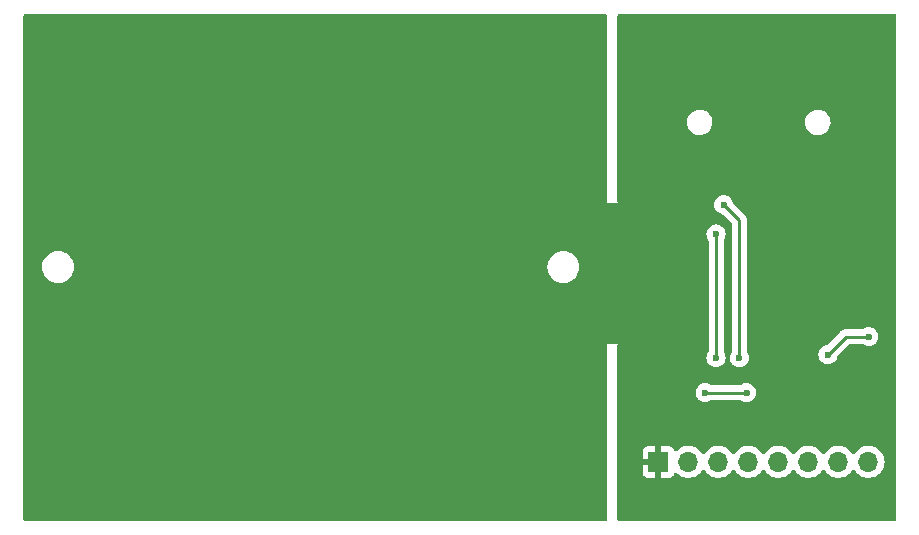
<source format=gbl>
%TF.GenerationSoftware,KiCad,Pcbnew,7.0.8-7.0.8~ubuntu22.04.1*%
%TF.CreationDate,2023-10-25T08:52:20+02:00*%
%TF.ProjectId,extension-cable,65787465-6e73-4696-9f6e-2d6361626c65,rev?*%
%TF.SameCoordinates,Original*%
%TF.FileFunction,Copper,L2,Bot*%
%TF.FilePolarity,Positive*%
%FSLAX46Y46*%
G04 Gerber Fmt 4.6, Leading zero omitted, Abs format (unit mm)*
G04 Created by KiCad (PCBNEW 7.0.8-7.0.8~ubuntu22.04.1) date 2023-10-25 08:52:20*
%MOMM*%
%LPD*%
G01*
G04 APERTURE LIST*
%TA.AperFunction,ComponentPad*%
%ADD10R,1.700000X1.700000*%
%TD*%
%TA.AperFunction,ComponentPad*%
%ADD11O,1.700000X1.700000*%
%TD*%
%TA.AperFunction,ViaPad*%
%ADD12C,0.600000*%
%TD*%
%TA.AperFunction,ViaPad*%
%ADD13C,0.500000*%
%TD*%
%TA.AperFunction,Conductor*%
%ADD14C,0.250000*%
%TD*%
G04 APERTURE END LIST*
D10*
X123820000Y-95955000D03*
D11*
X126360000Y-95955000D03*
X128900000Y-95955000D03*
X131440000Y-95955000D03*
X133980000Y-95955000D03*
X136520000Y-95955000D03*
X139060000Y-95955000D03*
X141600000Y-95955000D03*
D12*
X85540000Y-82710000D03*
X126610000Y-62155000D03*
D13*
X119930000Y-76761000D03*
D12*
X76560000Y-81180000D03*
X85560000Y-76950000D03*
X76580000Y-74390000D03*
X134850000Y-72250000D03*
X138135000Y-62130000D03*
X97360000Y-78370000D03*
D13*
X119930000Y-82899000D03*
X119930000Y-84945000D03*
D12*
X107685000Y-72080000D03*
D13*
X119930000Y-78807000D03*
D12*
X85560000Y-71120000D03*
D13*
X119930000Y-80853000D03*
D12*
X97360000Y-68640000D03*
D13*
X119930000Y-74715000D03*
D12*
X88610000Y-95155000D03*
X94410000Y-94830000D03*
X96370000Y-86540000D03*
X130675000Y-87150000D03*
X129350000Y-74200000D03*
X128700000Y-76675000D03*
X127775000Y-90100000D03*
X131275000Y-90100000D03*
X128700000Y-87150000D03*
X138175000Y-86875000D03*
X141625000Y-85350000D03*
D14*
X130675000Y-87150000D02*
X130675000Y-75525000D01*
X130675000Y-75525000D02*
X129350000Y-74200000D01*
X128700000Y-87150000D02*
X128700000Y-76675000D01*
X131275000Y-90100000D02*
X127775000Y-90100000D01*
X138175000Y-86875000D02*
X139700000Y-85350000D01*
X139700000Y-85350000D02*
X141625000Y-85350000D01*
%TA.AperFunction,Conductor*%
G36*
X119392539Y-58070185D02*
G01*
X119438294Y-58122989D01*
X119449500Y-58174500D01*
X119449500Y-73965290D01*
X119445339Y-73986210D01*
X119445339Y-74000002D01*
X119449499Y-74010045D01*
X119461348Y-74038650D01*
X119461349Y-74038651D01*
X119500000Y-74054661D01*
X119513795Y-74054661D01*
X119534712Y-74050500D01*
X120265288Y-74050500D01*
X120286205Y-74054661D01*
X120300000Y-74054661D01*
X120338651Y-74038651D01*
X120342121Y-74030271D01*
X120350501Y-74010045D01*
X120354661Y-74000002D01*
X120354661Y-73986210D01*
X120350500Y-73965290D01*
X120350500Y-67173593D01*
X126230832Y-67173593D01*
X126240605Y-67378756D01*
X126289029Y-67578362D01*
X126342528Y-67695508D01*
X126374352Y-67765195D01*
X126374356Y-67765201D01*
X126493489Y-67932501D01*
X126493495Y-67932507D01*
X126642147Y-68074246D01*
X126814933Y-68185290D01*
X126921620Y-68228001D01*
X127005618Y-68261629D01*
X127156881Y-68290782D01*
X127207301Y-68300500D01*
X127207302Y-68300500D01*
X127361226Y-68300500D01*
X127361232Y-68300500D01*
X127514466Y-68285868D01*
X127711541Y-68228001D01*
X127894104Y-68133884D01*
X128055556Y-68006916D01*
X128190061Y-67851689D01*
X128292759Y-67673811D01*
X128359937Y-67479712D01*
X128389168Y-67276407D01*
X128384270Y-67173593D01*
X136230832Y-67173593D01*
X136240605Y-67378756D01*
X136289029Y-67578362D01*
X136342528Y-67695508D01*
X136374352Y-67765195D01*
X136374356Y-67765201D01*
X136493489Y-67932501D01*
X136493495Y-67932507D01*
X136642147Y-68074246D01*
X136814933Y-68185290D01*
X136921620Y-68228001D01*
X137005618Y-68261629D01*
X137156881Y-68290782D01*
X137207301Y-68300500D01*
X137207302Y-68300500D01*
X137361226Y-68300500D01*
X137361232Y-68300500D01*
X137514466Y-68285868D01*
X137711541Y-68228001D01*
X137894104Y-68133884D01*
X138055556Y-68006916D01*
X138190061Y-67851689D01*
X138292759Y-67673811D01*
X138359937Y-67479712D01*
X138389168Y-67276407D01*
X138379395Y-67071244D01*
X138330971Y-66871638D01*
X138245647Y-66684804D01*
X138245643Y-66684798D01*
X138126510Y-66517498D01*
X138126504Y-66517492D01*
X137977852Y-66375753D01*
X137805066Y-66264709D01*
X137614391Y-66188374D01*
X137614384Y-66188371D01*
X137614382Y-66188371D01*
X137614379Y-66188370D01*
X137614378Y-66188370D01*
X137412699Y-66149500D01*
X137412698Y-66149500D01*
X137258768Y-66149500D01*
X137105534Y-66164132D01*
X137105530Y-66164133D01*
X136908462Y-66221997D01*
X136725891Y-66316118D01*
X136564446Y-66443081D01*
X136564443Y-66443084D01*
X136429936Y-66598313D01*
X136327242Y-66776185D01*
X136260064Y-66970282D01*
X136260063Y-66970287D01*
X136260063Y-66970288D01*
X136230832Y-67173593D01*
X128384270Y-67173593D01*
X128379395Y-67071244D01*
X128330971Y-66871638D01*
X128245647Y-66684804D01*
X128245643Y-66684798D01*
X128126510Y-66517498D01*
X128126504Y-66517492D01*
X127977852Y-66375753D01*
X127805066Y-66264709D01*
X127614391Y-66188374D01*
X127614384Y-66188371D01*
X127614382Y-66188371D01*
X127614379Y-66188370D01*
X127614378Y-66188370D01*
X127412699Y-66149500D01*
X127412698Y-66149500D01*
X127258768Y-66149500D01*
X127105534Y-66164132D01*
X127105530Y-66164133D01*
X126908462Y-66221997D01*
X126725891Y-66316118D01*
X126564446Y-66443081D01*
X126564443Y-66443084D01*
X126429936Y-66598313D01*
X126327242Y-66776185D01*
X126260064Y-66970282D01*
X126260063Y-66970287D01*
X126260063Y-66970288D01*
X126230832Y-67173593D01*
X120350500Y-67173593D01*
X120350500Y-58174500D01*
X120370185Y-58107461D01*
X120422989Y-58061706D01*
X120474500Y-58050500D01*
X143825500Y-58050500D01*
X143892539Y-58070185D01*
X143938294Y-58122989D01*
X143949500Y-58174500D01*
X143949500Y-100825500D01*
X143929815Y-100892539D01*
X143877011Y-100938294D01*
X143825500Y-100949500D01*
X120474500Y-100949500D01*
X120407461Y-100929815D01*
X120361706Y-100877011D01*
X120350500Y-100825500D01*
X120350500Y-96852844D01*
X122470000Y-96852844D01*
X122476401Y-96912372D01*
X122476403Y-96912379D01*
X122526645Y-97047086D01*
X122526649Y-97047093D01*
X122612809Y-97162187D01*
X122612812Y-97162190D01*
X122727906Y-97248350D01*
X122727913Y-97248354D01*
X122862620Y-97298596D01*
X122862627Y-97298598D01*
X122922155Y-97304999D01*
X122922172Y-97305000D01*
X123570000Y-97305000D01*
X123570000Y-96390501D01*
X123677685Y-96439680D01*
X123784237Y-96455000D01*
X123855763Y-96455000D01*
X123962315Y-96439680D01*
X124070000Y-96390501D01*
X124070000Y-97305000D01*
X124717828Y-97305000D01*
X124717844Y-97304999D01*
X124777372Y-97298598D01*
X124777379Y-97298596D01*
X124912086Y-97248354D01*
X124912093Y-97248350D01*
X125027187Y-97162190D01*
X125027190Y-97162187D01*
X125113350Y-97047093D01*
X125113354Y-97047086D01*
X125159681Y-96922877D01*
X125201552Y-96866943D01*
X125267016Y-96842526D01*
X125335289Y-96857377D01*
X125367089Y-96882223D01*
X125436760Y-96957906D01*
X125614424Y-97096189D01*
X125614425Y-97096189D01*
X125614427Y-97096191D01*
X125736378Y-97162187D01*
X125812426Y-97203342D01*
X126025365Y-97276444D01*
X126247431Y-97313500D01*
X126472569Y-97313500D01*
X126694635Y-97276444D01*
X126907574Y-97203342D01*
X127105576Y-97096189D01*
X127283240Y-96957906D01*
X127435722Y-96792268D01*
X127526193Y-96653790D01*
X127579338Y-96608437D01*
X127648569Y-96599013D01*
X127711905Y-96628515D01*
X127733804Y-96653787D01*
X127824278Y-96792268D01*
X127824283Y-96792273D01*
X127824284Y-96792276D01*
X127944513Y-96922877D01*
X127976760Y-96957906D01*
X128154424Y-97096189D01*
X128154425Y-97096189D01*
X128154427Y-97096191D01*
X128276378Y-97162187D01*
X128352426Y-97203342D01*
X128565365Y-97276444D01*
X128787431Y-97313500D01*
X129012569Y-97313500D01*
X129234635Y-97276444D01*
X129447574Y-97203342D01*
X129645576Y-97096189D01*
X129823240Y-96957906D01*
X129975722Y-96792268D01*
X130066193Y-96653790D01*
X130119338Y-96608437D01*
X130188569Y-96599013D01*
X130251905Y-96628515D01*
X130273804Y-96653787D01*
X130364278Y-96792268D01*
X130364283Y-96792273D01*
X130364284Y-96792276D01*
X130484513Y-96922877D01*
X130516760Y-96957906D01*
X130694424Y-97096189D01*
X130694425Y-97096189D01*
X130694427Y-97096191D01*
X130816378Y-97162187D01*
X130892426Y-97203342D01*
X131105365Y-97276444D01*
X131327431Y-97313500D01*
X131552569Y-97313500D01*
X131774635Y-97276444D01*
X131987574Y-97203342D01*
X132185576Y-97096189D01*
X132363240Y-96957906D01*
X132515722Y-96792268D01*
X132606193Y-96653790D01*
X132659338Y-96608437D01*
X132728569Y-96599013D01*
X132791905Y-96628515D01*
X132813804Y-96653787D01*
X132904278Y-96792268D01*
X132904283Y-96792273D01*
X132904284Y-96792276D01*
X133024513Y-96922877D01*
X133056760Y-96957906D01*
X133234424Y-97096189D01*
X133234425Y-97096189D01*
X133234427Y-97096191D01*
X133356378Y-97162187D01*
X133432426Y-97203342D01*
X133645365Y-97276444D01*
X133867431Y-97313500D01*
X134092569Y-97313500D01*
X134314635Y-97276444D01*
X134527574Y-97203342D01*
X134725576Y-97096189D01*
X134903240Y-96957906D01*
X135055722Y-96792268D01*
X135146193Y-96653790D01*
X135199338Y-96608437D01*
X135268569Y-96599013D01*
X135331905Y-96628515D01*
X135353804Y-96653787D01*
X135444278Y-96792268D01*
X135444283Y-96792273D01*
X135444284Y-96792276D01*
X135564513Y-96922877D01*
X135596760Y-96957906D01*
X135774424Y-97096189D01*
X135774425Y-97096189D01*
X135774427Y-97096191D01*
X135896378Y-97162187D01*
X135972426Y-97203342D01*
X136185365Y-97276444D01*
X136407431Y-97313500D01*
X136632569Y-97313500D01*
X136854635Y-97276444D01*
X137067574Y-97203342D01*
X137265576Y-97096189D01*
X137443240Y-96957906D01*
X137595722Y-96792268D01*
X137686193Y-96653790D01*
X137739338Y-96608437D01*
X137808569Y-96599013D01*
X137871905Y-96628515D01*
X137893804Y-96653787D01*
X137984278Y-96792268D01*
X137984283Y-96792273D01*
X137984284Y-96792276D01*
X138104513Y-96922877D01*
X138136760Y-96957906D01*
X138314424Y-97096189D01*
X138314425Y-97096189D01*
X138314427Y-97096191D01*
X138436378Y-97162187D01*
X138512426Y-97203342D01*
X138725365Y-97276444D01*
X138947431Y-97313500D01*
X139172569Y-97313500D01*
X139394635Y-97276444D01*
X139607574Y-97203342D01*
X139805576Y-97096189D01*
X139983240Y-96957906D01*
X140135722Y-96792268D01*
X140226193Y-96653790D01*
X140279338Y-96608437D01*
X140348569Y-96599013D01*
X140411905Y-96628515D01*
X140433804Y-96653787D01*
X140524278Y-96792268D01*
X140524283Y-96792273D01*
X140524284Y-96792276D01*
X140644513Y-96922877D01*
X140676760Y-96957906D01*
X140854424Y-97096189D01*
X140854425Y-97096189D01*
X140854427Y-97096191D01*
X140976378Y-97162187D01*
X141052426Y-97203342D01*
X141265365Y-97276444D01*
X141487431Y-97313500D01*
X141712569Y-97313500D01*
X141934635Y-97276444D01*
X142147574Y-97203342D01*
X142345576Y-97096189D01*
X142523240Y-96957906D01*
X142675722Y-96792268D01*
X142798860Y-96603791D01*
X142889296Y-96397616D01*
X142944564Y-96179368D01*
X142963156Y-95955000D01*
X142944564Y-95730632D01*
X142889296Y-95512384D01*
X142798860Y-95306209D01*
X142782706Y-95281484D01*
X142675723Y-95117734D01*
X142675715Y-95117723D01*
X142523243Y-94952097D01*
X142523238Y-94952092D01*
X142345577Y-94813812D01*
X142345572Y-94813808D01*
X142147580Y-94706661D01*
X142147577Y-94706659D01*
X142147574Y-94706658D01*
X142147571Y-94706657D01*
X142147569Y-94706656D01*
X141934637Y-94633556D01*
X141712569Y-94596500D01*
X141487431Y-94596500D01*
X141265362Y-94633556D01*
X141052430Y-94706656D01*
X141052419Y-94706661D01*
X140854427Y-94813808D01*
X140854422Y-94813812D01*
X140676761Y-94952092D01*
X140676756Y-94952097D01*
X140524284Y-95117723D01*
X140524276Y-95117734D01*
X140433808Y-95256206D01*
X140380662Y-95301562D01*
X140311431Y-95310986D01*
X140248095Y-95281484D01*
X140226192Y-95256206D01*
X140135723Y-95117734D01*
X140135715Y-95117723D01*
X139983243Y-94952097D01*
X139983238Y-94952092D01*
X139805577Y-94813812D01*
X139805572Y-94813808D01*
X139607580Y-94706661D01*
X139607577Y-94706659D01*
X139607574Y-94706658D01*
X139607571Y-94706657D01*
X139607569Y-94706656D01*
X139394637Y-94633556D01*
X139172569Y-94596500D01*
X138947431Y-94596500D01*
X138725362Y-94633556D01*
X138512430Y-94706656D01*
X138512419Y-94706661D01*
X138314427Y-94813808D01*
X138314422Y-94813812D01*
X138136761Y-94952092D01*
X138136756Y-94952097D01*
X137984284Y-95117723D01*
X137984276Y-95117734D01*
X137893808Y-95256206D01*
X137840662Y-95301562D01*
X137771431Y-95310986D01*
X137708095Y-95281484D01*
X137686192Y-95256206D01*
X137595723Y-95117734D01*
X137595715Y-95117723D01*
X137443243Y-94952097D01*
X137443238Y-94952092D01*
X137265577Y-94813812D01*
X137265572Y-94813808D01*
X137067580Y-94706661D01*
X137067577Y-94706659D01*
X137067574Y-94706658D01*
X137067571Y-94706657D01*
X137067569Y-94706656D01*
X136854637Y-94633556D01*
X136632569Y-94596500D01*
X136407431Y-94596500D01*
X136185362Y-94633556D01*
X135972430Y-94706656D01*
X135972419Y-94706661D01*
X135774427Y-94813808D01*
X135774422Y-94813812D01*
X135596761Y-94952092D01*
X135596756Y-94952097D01*
X135444284Y-95117723D01*
X135444276Y-95117734D01*
X135353808Y-95256206D01*
X135300662Y-95301562D01*
X135231431Y-95310986D01*
X135168095Y-95281484D01*
X135146192Y-95256206D01*
X135055723Y-95117734D01*
X135055715Y-95117723D01*
X134903243Y-94952097D01*
X134903238Y-94952092D01*
X134725577Y-94813812D01*
X134725572Y-94813808D01*
X134527580Y-94706661D01*
X134527577Y-94706659D01*
X134527574Y-94706658D01*
X134527571Y-94706657D01*
X134527569Y-94706656D01*
X134314637Y-94633556D01*
X134092569Y-94596500D01*
X133867431Y-94596500D01*
X133645362Y-94633556D01*
X133432430Y-94706656D01*
X133432419Y-94706661D01*
X133234427Y-94813808D01*
X133234422Y-94813812D01*
X133056761Y-94952092D01*
X133056756Y-94952097D01*
X132904284Y-95117723D01*
X132904276Y-95117734D01*
X132813808Y-95256206D01*
X132760662Y-95301562D01*
X132691431Y-95310986D01*
X132628095Y-95281484D01*
X132606192Y-95256206D01*
X132515723Y-95117734D01*
X132515715Y-95117723D01*
X132363243Y-94952097D01*
X132363238Y-94952092D01*
X132185577Y-94813812D01*
X132185572Y-94813808D01*
X131987580Y-94706661D01*
X131987577Y-94706659D01*
X131987574Y-94706658D01*
X131987571Y-94706657D01*
X131987569Y-94706656D01*
X131774637Y-94633556D01*
X131552569Y-94596500D01*
X131327431Y-94596500D01*
X131105362Y-94633556D01*
X130892430Y-94706656D01*
X130892419Y-94706661D01*
X130694427Y-94813808D01*
X130694422Y-94813812D01*
X130516761Y-94952092D01*
X130516756Y-94952097D01*
X130364284Y-95117723D01*
X130364276Y-95117734D01*
X130273808Y-95256206D01*
X130220662Y-95301562D01*
X130151431Y-95310986D01*
X130088095Y-95281484D01*
X130066192Y-95256206D01*
X129975723Y-95117734D01*
X129975715Y-95117723D01*
X129823243Y-94952097D01*
X129823238Y-94952092D01*
X129645577Y-94813812D01*
X129645572Y-94813808D01*
X129447580Y-94706661D01*
X129447577Y-94706659D01*
X129447574Y-94706658D01*
X129447571Y-94706657D01*
X129447569Y-94706656D01*
X129234637Y-94633556D01*
X129012569Y-94596500D01*
X128787431Y-94596500D01*
X128565362Y-94633556D01*
X128352430Y-94706656D01*
X128352419Y-94706661D01*
X128154427Y-94813808D01*
X128154422Y-94813812D01*
X127976761Y-94952092D01*
X127976756Y-94952097D01*
X127824284Y-95117723D01*
X127824276Y-95117734D01*
X127733808Y-95256206D01*
X127680662Y-95301562D01*
X127611431Y-95310986D01*
X127548095Y-95281484D01*
X127526192Y-95256206D01*
X127435723Y-95117734D01*
X127435715Y-95117723D01*
X127283243Y-94952097D01*
X127283238Y-94952092D01*
X127105577Y-94813812D01*
X127105572Y-94813808D01*
X126907580Y-94706661D01*
X126907577Y-94706659D01*
X126907574Y-94706658D01*
X126907571Y-94706657D01*
X126907569Y-94706656D01*
X126694637Y-94633556D01*
X126472569Y-94596500D01*
X126247431Y-94596500D01*
X126025362Y-94633556D01*
X125812430Y-94706656D01*
X125812419Y-94706661D01*
X125614427Y-94813808D01*
X125614422Y-94813812D01*
X125436761Y-94952092D01*
X125367092Y-95027773D01*
X125307205Y-95063763D01*
X125237367Y-95061662D01*
X125179751Y-95022137D01*
X125159681Y-94987122D01*
X125113354Y-94862913D01*
X125113350Y-94862906D01*
X125027190Y-94747812D01*
X125027187Y-94747809D01*
X124912093Y-94661649D01*
X124912086Y-94661645D01*
X124777379Y-94611403D01*
X124777372Y-94611401D01*
X124717844Y-94605000D01*
X124070000Y-94605000D01*
X124070000Y-95519498D01*
X123962315Y-95470320D01*
X123855763Y-95455000D01*
X123784237Y-95455000D01*
X123677685Y-95470320D01*
X123570000Y-95519498D01*
X123570000Y-94605000D01*
X122922155Y-94605000D01*
X122862627Y-94611401D01*
X122862620Y-94611403D01*
X122727913Y-94661645D01*
X122727906Y-94661649D01*
X122612812Y-94747809D01*
X122612809Y-94747812D01*
X122526649Y-94862906D01*
X122526645Y-94862913D01*
X122476403Y-94997620D01*
X122476401Y-94997627D01*
X122470000Y-95057155D01*
X122470000Y-95705000D01*
X123386314Y-95705000D01*
X123360507Y-95745156D01*
X123320000Y-95883111D01*
X123320000Y-96026889D01*
X123360507Y-96164844D01*
X123386314Y-96205000D01*
X122470000Y-96205000D01*
X122470000Y-96852844D01*
X120350500Y-96852844D01*
X120350500Y-90100003D01*
X126961384Y-90100003D01*
X126981781Y-90281041D01*
X126981782Y-90281046D01*
X127022949Y-90398693D01*
X127041957Y-90453015D01*
X127138889Y-90607281D01*
X127267719Y-90736111D01*
X127421985Y-90833043D01*
X127593953Y-90893217D01*
X127593958Y-90893218D01*
X127774996Y-90913616D01*
X127775000Y-90913616D01*
X127775004Y-90913616D01*
X127956041Y-90893218D01*
X127956044Y-90893217D01*
X127956047Y-90893217D01*
X128128015Y-90833043D01*
X128128017Y-90833041D01*
X128128019Y-90833041D01*
X128128022Y-90833039D01*
X128256188Y-90752507D01*
X128322160Y-90733500D01*
X130727840Y-90733500D01*
X130793812Y-90752507D01*
X130921977Y-90833039D01*
X130921980Y-90833041D01*
X130921984Y-90833042D01*
X130921985Y-90833043D01*
X131093953Y-90893217D01*
X131093958Y-90893218D01*
X131274996Y-90913616D01*
X131275000Y-90913616D01*
X131275004Y-90913616D01*
X131456041Y-90893218D01*
X131456044Y-90893217D01*
X131456047Y-90893217D01*
X131628015Y-90833043D01*
X131782281Y-90736111D01*
X131911111Y-90607281D01*
X132008043Y-90453015D01*
X132068217Y-90281047D01*
X132088616Y-90100000D01*
X132068217Y-89918953D01*
X132008043Y-89746985D01*
X131911111Y-89592719D01*
X131782281Y-89463889D01*
X131628015Y-89366957D01*
X131573693Y-89347949D01*
X131456046Y-89306782D01*
X131456041Y-89306781D01*
X131275004Y-89286384D01*
X131274996Y-89286384D01*
X131093958Y-89306781D01*
X131093953Y-89306782D01*
X130921980Y-89366958D01*
X130921977Y-89366960D01*
X130793812Y-89447493D01*
X130727840Y-89466500D01*
X128322160Y-89466500D01*
X128256188Y-89447493D01*
X128128022Y-89366960D01*
X128128019Y-89366958D01*
X127956046Y-89306782D01*
X127956041Y-89306781D01*
X127775004Y-89286384D01*
X127774996Y-89286384D01*
X127593958Y-89306781D01*
X127593953Y-89306782D01*
X127421982Y-89366958D01*
X127267718Y-89463889D01*
X127138889Y-89592718D01*
X127041958Y-89746982D01*
X126981782Y-89918953D01*
X126981781Y-89918958D01*
X126961384Y-90099996D01*
X126961384Y-90100003D01*
X120350500Y-90100003D01*
X120350500Y-87150003D01*
X127886384Y-87150003D01*
X127906781Y-87331041D01*
X127906782Y-87331046D01*
X127924710Y-87382281D01*
X127966957Y-87503015D01*
X128063889Y-87657281D01*
X128192719Y-87786111D01*
X128346985Y-87883043D01*
X128518953Y-87943217D01*
X128518958Y-87943218D01*
X128699996Y-87963616D01*
X128700000Y-87963616D01*
X128700004Y-87963616D01*
X128881041Y-87943218D01*
X128881044Y-87943217D01*
X128881047Y-87943217D01*
X129053015Y-87883043D01*
X129207281Y-87786111D01*
X129336111Y-87657281D01*
X129433043Y-87503015D01*
X129493217Y-87331047D01*
X129513616Y-87150000D01*
X129503030Y-87056047D01*
X129493218Y-86968958D01*
X129493217Y-86968953D01*
X129482055Y-86937054D01*
X129433043Y-86796985D01*
X129352506Y-86668811D01*
X129333500Y-86602839D01*
X129333500Y-77222160D01*
X129352507Y-77156188D01*
X129433039Y-77028022D01*
X129433041Y-77028019D01*
X129433041Y-77028017D01*
X129433043Y-77028015D01*
X129493217Y-76856047D01*
X129513616Y-76675000D01*
X129493217Y-76493953D01*
X129433043Y-76321985D01*
X129336111Y-76167719D01*
X129207281Y-76038889D01*
X129053015Y-75941957D01*
X128998693Y-75922949D01*
X128881046Y-75881782D01*
X128881041Y-75881781D01*
X128700004Y-75861384D01*
X128699996Y-75861384D01*
X128518958Y-75881781D01*
X128518953Y-75881782D01*
X128346982Y-75941958D01*
X128192718Y-76038889D01*
X128063889Y-76167718D01*
X127966958Y-76321982D01*
X127906782Y-76493953D01*
X127906781Y-76493958D01*
X127886384Y-76674996D01*
X127886384Y-76675003D01*
X127906781Y-76856041D01*
X127906782Y-76856046D01*
X127966958Y-77028019D01*
X127966960Y-77028022D01*
X128047493Y-77156188D01*
X128066500Y-77222160D01*
X128066500Y-86602839D01*
X128047494Y-86668811D01*
X127966958Y-86796982D01*
X127906782Y-86968953D01*
X127906781Y-86968958D01*
X127886384Y-87149996D01*
X127886384Y-87150003D01*
X120350500Y-87150003D01*
X120350500Y-86034711D01*
X120354661Y-86013796D01*
X120354661Y-86000000D01*
X120338651Y-85961348D01*
X120310045Y-85949500D01*
X120300000Y-85945339D01*
X120286206Y-85945339D01*
X120265289Y-85949500D01*
X119534711Y-85949500D01*
X119513794Y-85945339D01*
X119500000Y-85945339D01*
X119489955Y-85949500D01*
X119461348Y-85961348D01*
X119445339Y-86000000D01*
X119445339Y-86013796D01*
X119449500Y-86034711D01*
X119449500Y-100825500D01*
X119429815Y-100892539D01*
X119377011Y-100938294D01*
X119325500Y-100949500D01*
X70174500Y-100949500D01*
X70107461Y-100929815D01*
X70061706Y-100877011D01*
X70050500Y-100825500D01*
X70050500Y-79460000D01*
X71644341Y-79460000D01*
X71664936Y-79695403D01*
X71664938Y-79695413D01*
X71726094Y-79923655D01*
X71726096Y-79923659D01*
X71726097Y-79923663D01*
X71776031Y-80030746D01*
X71825964Y-80137828D01*
X71825965Y-80137830D01*
X71961505Y-80331402D01*
X72128597Y-80498494D01*
X72322169Y-80634034D01*
X72322171Y-80634035D01*
X72536337Y-80733903D01*
X72764592Y-80795063D01*
X72941034Y-80810500D01*
X73058966Y-80810500D01*
X73235408Y-80795063D01*
X73463663Y-80733903D01*
X73677829Y-80634035D01*
X73871401Y-80498495D01*
X74038495Y-80331401D01*
X74174035Y-80137830D01*
X74273903Y-79923663D01*
X74335063Y-79695408D01*
X74355659Y-79460000D01*
X114414341Y-79460000D01*
X114434936Y-79695403D01*
X114434938Y-79695413D01*
X114496094Y-79923655D01*
X114496096Y-79923659D01*
X114496097Y-79923663D01*
X114546031Y-80030746D01*
X114595964Y-80137828D01*
X114595965Y-80137830D01*
X114731505Y-80331402D01*
X114898597Y-80498494D01*
X115092169Y-80634034D01*
X115092171Y-80634035D01*
X115306337Y-80733903D01*
X115534592Y-80795063D01*
X115711034Y-80810500D01*
X115828966Y-80810500D01*
X116005408Y-80795063D01*
X116233663Y-80733903D01*
X116447829Y-80634035D01*
X116641401Y-80498495D01*
X116808495Y-80331401D01*
X116944035Y-80137830D01*
X117043903Y-79923663D01*
X117105063Y-79695408D01*
X117125659Y-79460000D01*
X117105063Y-79224592D01*
X117043903Y-78996337D01*
X116944035Y-78782171D01*
X116944034Y-78782169D01*
X116808494Y-78588597D01*
X116641402Y-78421505D01*
X116447830Y-78285965D01*
X116447828Y-78285964D01*
X116340746Y-78236031D01*
X116233663Y-78186097D01*
X116233659Y-78186096D01*
X116233655Y-78186094D01*
X116005413Y-78124938D01*
X116005403Y-78124936D01*
X115828966Y-78109500D01*
X115711034Y-78109500D01*
X115534596Y-78124936D01*
X115534586Y-78124938D01*
X115306344Y-78186094D01*
X115306335Y-78186098D01*
X115092171Y-78285964D01*
X115092169Y-78285965D01*
X114898597Y-78421505D01*
X114731506Y-78588597D01*
X114731501Y-78588604D01*
X114595967Y-78782165D01*
X114595965Y-78782169D01*
X114496098Y-78996335D01*
X114496094Y-78996344D01*
X114434938Y-79224586D01*
X114434936Y-79224596D01*
X114414341Y-79459999D01*
X114414341Y-79460000D01*
X74355659Y-79460000D01*
X74335063Y-79224592D01*
X74273903Y-78996337D01*
X74174035Y-78782171D01*
X74174034Y-78782169D01*
X74038494Y-78588597D01*
X73871402Y-78421505D01*
X73677830Y-78285965D01*
X73677828Y-78285964D01*
X73570746Y-78236031D01*
X73463663Y-78186097D01*
X73463659Y-78186096D01*
X73463655Y-78186094D01*
X73235413Y-78124938D01*
X73235403Y-78124936D01*
X73058966Y-78109500D01*
X72941034Y-78109500D01*
X72764596Y-78124936D01*
X72764586Y-78124938D01*
X72536344Y-78186094D01*
X72536335Y-78186098D01*
X72322171Y-78285964D01*
X72322169Y-78285965D01*
X72128597Y-78421505D01*
X71961506Y-78588597D01*
X71961501Y-78588604D01*
X71825967Y-78782165D01*
X71825965Y-78782169D01*
X71726098Y-78996335D01*
X71726094Y-78996344D01*
X71664938Y-79224586D01*
X71664936Y-79224596D01*
X71644341Y-79459999D01*
X71644341Y-79460000D01*
X70050500Y-79460000D01*
X70050500Y-74200003D01*
X128536384Y-74200003D01*
X128556781Y-74381041D01*
X128556782Y-74381046D01*
X128597949Y-74498693D01*
X128616957Y-74553015D01*
X128713889Y-74707281D01*
X128842719Y-74836111D01*
X128996985Y-74933043D01*
X129168953Y-74993217D01*
X129168958Y-74993218D01*
X129214144Y-74998309D01*
X129278558Y-75025375D01*
X129287943Y-75033848D01*
X130005181Y-75751085D01*
X130038666Y-75812408D01*
X130041500Y-75838766D01*
X130041500Y-86602839D01*
X130022494Y-86668811D01*
X129941958Y-86796982D01*
X129881782Y-86968953D01*
X129881781Y-86968958D01*
X129861384Y-87149996D01*
X129861384Y-87150003D01*
X129881781Y-87331041D01*
X129881782Y-87331046D01*
X129899710Y-87382281D01*
X129941957Y-87503015D01*
X130038889Y-87657281D01*
X130167719Y-87786111D01*
X130321985Y-87883043D01*
X130493953Y-87943217D01*
X130493958Y-87943218D01*
X130674996Y-87963616D01*
X130675000Y-87963616D01*
X130675004Y-87963616D01*
X130856041Y-87943218D01*
X130856044Y-87943217D01*
X130856047Y-87943217D01*
X131028015Y-87883043D01*
X131182281Y-87786111D01*
X131311111Y-87657281D01*
X131408043Y-87503015D01*
X131468217Y-87331047D01*
X131488616Y-87150000D01*
X131478030Y-87056047D01*
X131468218Y-86968958D01*
X131468217Y-86968953D01*
X131457055Y-86937054D01*
X131435343Y-86875003D01*
X137361384Y-86875003D01*
X137381781Y-87056041D01*
X137381782Y-87056046D01*
X137422949Y-87173693D01*
X137441957Y-87228015D01*
X137538889Y-87382281D01*
X137667719Y-87511111D01*
X137821985Y-87608043D01*
X137962700Y-87657281D01*
X137993953Y-87668217D01*
X137993958Y-87668218D01*
X138174996Y-87688616D01*
X138175000Y-87688616D01*
X138175004Y-87688616D01*
X138356041Y-87668218D01*
X138356044Y-87668217D01*
X138356047Y-87668217D01*
X138528015Y-87608043D01*
X138682281Y-87511111D01*
X138811111Y-87382281D01*
X138908043Y-87228015D01*
X138968217Y-87056047D01*
X138973309Y-87010851D01*
X139000374Y-86946439D01*
X139008838Y-86937064D01*
X139926085Y-86019819D01*
X139987408Y-85986334D01*
X140013766Y-85983500D01*
X141077840Y-85983500D01*
X141143812Y-86002507D01*
X141271977Y-86083039D01*
X141271980Y-86083041D01*
X141271984Y-86083042D01*
X141271985Y-86083043D01*
X141440352Y-86141957D01*
X141443953Y-86143217D01*
X141443958Y-86143218D01*
X141624996Y-86163616D01*
X141625000Y-86163616D01*
X141625004Y-86163616D01*
X141806041Y-86143218D01*
X141806044Y-86143217D01*
X141806047Y-86143217D01*
X141978015Y-86083043D01*
X142132281Y-85986111D01*
X142261111Y-85857281D01*
X142358043Y-85703015D01*
X142418217Y-85531047D01*
X142438616Y-85350000D01*
X142418217Y-85168953D01*
X142358043Y-84996985D01*
X142261111Y-84842719D01*
X142132281Y-84713889D01*
X141978015Y-84616957D01*
X141923693Y-84597949D01*
X141806046Y-84556782D01*
X141806041Y-84556781D01*
X141625004Y-84536384D01*
X141624996Y-84536384D01*
X141443958Y-84556781D01*
X141443953Y-84556782D01*
X141271980Y-84616958D01*
X141271977Y-84616960D01*
X141143812Y-84697493D01*
X141077840Y-84716500D01*
X139783632Y-84716500D01*
X139767880Y-84714760D01*
X139767855Y-84715032D01*
X139760093Y-84714298D01*
X139760092Y-84714298D01*
X139690029Y-84716500D01*
X139660144Y-84716500D01*
X139660141Y-84716500D01*
X139660129Y-84716501D01*
X139653137Y-84717384D01*
X139647320Y-84717841D01*
X139600111Y-84719325D01*
X139600109Y-84719326D01*
X139580496Y-84725023D01*
X139561459Y-84728965D01*
X139541208Y-84731524D01*
X139541202Y-84731526D01*
X139497299Y-84748907D01*
X139491775Y-84750798D01*
X139446406Y-84763981D01*
X139446401Y-84763983D01*
X139428827Y-84774376D01*
X139411362Y-84782932D01*
X139392387Y-84790445D01*
X139392385Y-84790446D01*
X139354176Y-84818206D01*
X139349294Y-84821412D01*
X139308635Y-84845458D01*
X139294200Y-84859894D01*
X139279412Y-84872525D01*
X139262894Y-84884526D01*
X139262888Y-84884532D01*
X139232780Y-84920925D01*
X139228849Y-84925246D01*
X138112942Y-86041151D01*
X138051619Y-86074636D01*
X138039148Y-86076690D01*
X137993953Y-86081783D01*
X137821983Y-86141957D01*
X137667718Y-86238889D01*
X137538889Y-86367718D01*
X137441958Y-86521982D01*
X137381782Y-86693953D01*
X137381781Y-86693958D01*
X137361384Y-86874996D01*
X137361384Y-86875003D01*
X131435343Y-86875003D01*
X131408043Y-86796985D01*
X131327506Y-86668811D01*
X131308500Y-86602839D01*
X131308500Y-75608631D01*
X131310239Y-75592879D01*
X131309968Y-75592854D01*
X131310700Y-75585098D01*
X131310702Y-75585091D01*
X131308500Y-75515028D01*
X131308500Y-75485144D01*
X131307614Y-75478141D01*
X131307157Y-75472322D01*
X131305674Y-75425111D01*
X131299976Y-75405499D01*
X131296033Y-75386466D01*
X131293474Y-75366203D01*
X131276085Y-75322286D01*
X131274196Y-75316766D01*
X131261018Y-75271407D01*
X131250626Y-75253835D01*
X131242066Y-75236362D01*
X131234552Y-75217383D01*
X131206794Y-75179179D01*
X131203587Y-75174296D01*
X131193873Y-75157871D01*
X131179542Y-75133638D01*
X131165108Y-75119204D01*
X131152471Y-75104409D01*
X131140472Y-75087893D01*
X131140470Y-75087890D01*
X131104073Y-75057781D01*
X131099751Y-75053847D01*
X130183848Y-74137943D01*
X130150363Y-74076620D01*
X130148309Y-74064144D01*
X130143218Y-74018958D01*
X130143217Y-74018953D01*
X130131760Y-73986210D01*
X130083043Y-73846985D01*
X129986111Y-73692719D01*
X129857281Y-73563889D01*
X129703015Y-73466957D01*
X129648693Y-73447949D01*
X129531046Y-73406782D01*
X129531041Y-73406781D01*
X129350004Y-73386384D01*
X129349996Y-73386384D01*
X129168958Y-73406781D01*
X129168953Y-73406782D01*
X128996982Y-73466958D01*
X128842718Y-73563889D01*
X128713889Y-73692718D01*
X128616958Y-73846982D01*
X128556782Y-74018953D01*
X128556781Y-74018958D01*
X128536384Y-74199996D01*
X128536384Y-74200003D01*
X70050500Y-74200003D01*
X70050500Y-58174500D01*
X70070185Y-58107461D01*
X70122989Y-58061706D01*
X70174500Y-58050500D01*
X119325500Y-58050500D01*
X119392539Y-58070185D01*
G37*
%TD.AperFunction*%
M02*

</source>
